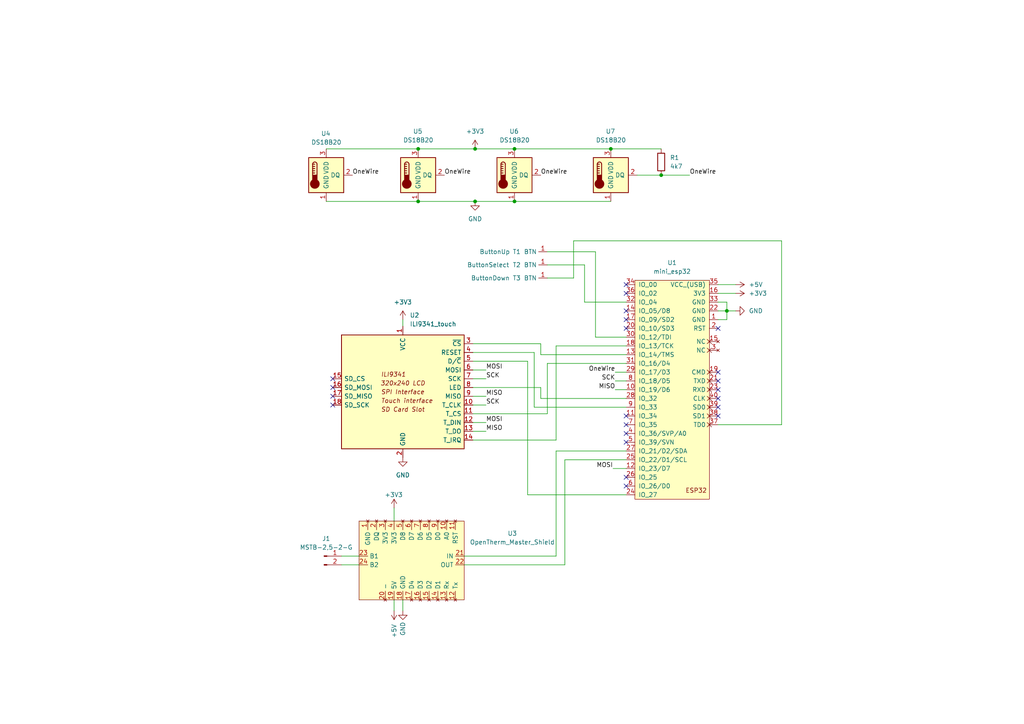
<source format=kicad_sch>
(kicad_sch (version 20211123) (generator eeschema)
  (paper "A4")
  (title_block (title "Thermostat cross connect PCB") (date "2022-01-05") (rev "V1") (comment 9 "HenkJan van der Pol"))
  (lib_symbols
    (symbol "Connector:Conn_01x02_Male" (pin_names (offset 1.016) hide)
      (property "Reference" "J" (at 0 2.54 0))
      (property "Value" "Conn_01x02_Male" (at 0 -5.08 0))
      (symbol "Conn_01x02_Male_1_1"
        (polyline (pts (xy 1.27 -2.54) (xy 0.8636 -2.54)) (stroke (width 0.1524)))
        (polyline (pts (xy 1.27 0) (xy 0.8636 0)) (stroke (width 0.1524)))
        (rectangle (start 0.8636 -2.413) (end 0 -2.667) (stroke (width 0.1524)) (fill (type outline)))
        (rectangle (start 0.8636 0.127) (end 0 -0.127) (stroke (width 0.1524)) (fill (type outline)))
        (pin passive line (at 5.08 0 180) (length 3.81) (name "Pin_1") (number "1"))
        (pin passive line (at 5.08 -2.54 180) (length 3.81) (name "Pin_2") (number "2"))
      )
    )
    (symbol "Device:R" (pin_numbers hide) (pin_names (offset 0))
      (property "Reference" "R" (at 2.032 0 90))
      (property "Value" "R" (at 0 0 90))
      (symbol "R_0_1"
        (rectangle (start -1.016 -2.54) (end 1.016 2.54) (stroke (width 0.254)))
      )
      (symbol "R_1_1"
        (pin passive line (at 0 3.81 270) (length 1.27) (name "~") (number "1"))
        (pin passive line (at 0 -3.81 90) (length 1.27) (name "~") (number "2"))
      )
    )
    (symbol "ESP32_mini:mini_esp32" (pin_names (offset 1.016))
      (property "Reference" "U" (at -7.62 -50.8 0))
      (property "Value" "mini_esp32" (at 5.08 -59.69 0))
      (symbol "mini_esp32_0_0"
        (text "ESP32" (at 7.62 -62.23 0) (effects (font (size 1.27 1.27))))
        (pin power_in line (at 13.97 -12.7 180) (length 2.54) (name "GND") (number "1"))
        (pin input line (at 13.97 -15.24 180) (length 2.54) (name "RST") (number "2"))
        (pin no_connect non_logic (at 13.97 -21.59 180) (length 2.54) (name "NC") (number "3"))
        (pin bidirectional line (at -12.7 -45.72 0) (length 2.54) (name "IO_36/SVP/A0") (number "4"))
        (pin bidirectional line (at -12.7 -48.26 0) (length 2.54) (name "IO_39/SVN") (number "5"))
      )
      (symbol "mini_esp32_0_1"
        (rectangle (start -10.16 -1.27) (end 11.43 -64.77) (fill (type background)))
      )
      (symbol "mini_esp32_1_1"
        (pin bidirectional line (at -12.7 -33.02 0) (length 2.54) (name "IO_19/D6") (number "10"))
        (pin bidirectional line (at -12.7 -40.64 0) (length 2.54) (name "IO_34") (number "11"))
        (pin bidirectional line (at -12.7 -55.88 0) (length 2.54) (name "IO_23/D7") (number "12"))
        (pin bidirectional line (at -12.7 -22.86 0) (length 2.54) (name "IO_14/TMS") (number "13"))
        (pin bidirectional line (at -12.7 -10.16 0) (length 2.54) (name "IO_05/D8") (number "14"))
        (pin no_connect non_logic (at 13.97 -19.05 180) (length 2.54) (name "NC") (number "15"))
        (pin power_in line (at 13.97 -5.08 180) (length 2.54) (name "3V3") (number "16"))
        (pin bidirectional line (at -12.7 -12.7 0) (length 2.54) (name "IO_09/SD2") (number "17"))
        (pin bidirectional line (at -12.7 -20.32 0) (length 2.54) (name "IO_13/TCK") (number "18"))
        (pin passive non_logic (at 13.97 -27.94 180) (length 2.54) (name "CMD") (number "19"))
        (pin bidirectional line (at -12.7 -15.24 0) (length 2.54) (name "IO_10/SD3") (number "20"))
        (pin passive non_logic (at 13.97 -30.48 180) (length 2.54) (name "TXD") (number "21"))
        (pin power_in line (at 13.97 -10.16 180) (length 2.54) (name "GND") (number "22"))
        (pin passive non_logic (at 13.97 -33.02 180) (length 2.54) (name "RXD") (number "23"))
        (pin bidirectional line (at -12.7 -63.5 0) (length 2.54) (name "IO_27") (number "24"))
        (pin bidirectional line (at -12.7 -53.34 0) (length 2.54) (name "IO_22/D1/SCL") (number "25"))
        (pin bidirectional line (at -12.7 -58.42 0) (length 2.54) (name "IO_25") (number "26"))
        (pin bidirectional line (at -12.7 -50.8 0) (length 2.54) (name "IO_21/D2/SDA") (number "27"))
        (pin bidirectional line (at -12.7 -35.56 0) (length 2.54) (name "IO_32") (number "28"))
        (pin bidirectional line (at -12.7 -27.94 0) (length 2.54) (name "IO_17/D3") (number "29"))
        (pin bidirectional line (at -12.7 -17.78 0) (length 2.54) (name "IO_12/TDI") (number "30"))
        (pin bidirectional line (at -12.7 -25.4 0) (length 2.54) (name "IO_16/D4") (number "31"))
        (pin bidirectional line (at -12.7 -7.62 0) (length 2.54) (name "IO_04") (number "32"))
        (pin power_in line (at 13.97 -7.62 180) (length 2.54) (name "GND") (number "33"))
        (pin bidirectional line (at -12.7 -2.54 0) (length 2.54) (name "IO_00") (number "34"))
        (pin power_in line (at 13.97 -2.54 180) (length 2.54) (name "VCC_(USB)") (number "35"))
        (pin bidirectional line (at -12.7 -5.08 0) (length 2.54) (name "IO_02") (number "36"))
        (pin passive non_logic (at 13.97 -43.18 180) (length 2.54) (name "TD0") (number "37"))
        (pin passive non_logic (at 13.97 -40.64 180) (length 2.54) (name "SD1") (number "38"))
        (pin passive non_logic (at 13.97 -38.1 180) (length 2.54) (name "SD0") (number "39"))
        (pin passive non_logic (at 13.97 -35.56 180) (length 2.54) (name "CLK") (number "40"))
        (pin bidirectional line (at -12.7 -60.96 0) (length 2.54) (name "IO_26/D0") (number "6"))
        (pin bidirectional line (at -12.7 -43.18 0) (length 2.54) (name "IO_35") (number "7"))
        (pin bidirectional line (at -12.7 -30.48 0) (length 2.54) (name "IO_18/D5") (number "8"))
        (pin bidirectional line (at -12.7 -38.1 0) (length 2.54) (name "IO_33") (number "9"))
      )
    )
    (symbol "Sensor_Temperature:DS18B20" (pin_names (offset 1.016))
      (property "Reference" "U" (at -3.81 6.35 0))
      (property "Value" "DS18B20" (at 6.35 6.35 0))
      (symbol "DS18B20_0_1"
        (rectangle (start -5.08 5.08) (end 5.08 -5.08) (stroke (width 0.254)) (fill (type background)))
        (circle (center -3.302 -2.54) (radius 1.27) (stroke (width 0.254)) (fill (type outline)))
        (rectangle (start -2.667 -1.905) (end -3.937 0) (stroke (width 0.254)) (fill (type outline)))
        (arc (start -2.667 3.175) (mid -3.302 3.81) (end -3.937 3.175) (stroke (width 0.254)))
        (polyline (pts (xy -3.937 0.635) (xy -3.302 0.635)) (stroke (width 0.254)))
        (polyline (pts (xy -3.937 1.27) (xy -3.302 1.27)) (stroke (width 0.254)))
        (polyline (pts (xy -3.937 1.905) (xy -3.302 1.905)) (stroke (width 0.254)))
        (polyline (pts (xy -3.937 2.54) (xy -3.302 2.54)) (stroke (width 0.254)))
        (polyline (pts (xy -3.937 3.175) (xy -3.937 0)) (stroke (width 0.254)))
        (polyline (pts (xy -3.937 3.175) (xy -3.302 3.175)) (stroke (width 0.254)))
        (polyline (pts (xy -2.667 3.175) (xy -2.667 0)) (stroke (width 0.254)))
      )
      (symbol "DS18B20_1_1"
        (pin power_in line (at 0 -7.62 90) (length 2.54) (name "GND") (number "1"))
        (pin bidirectional line (at 7.62 0 180) (length 2.54) (name "DQ") (number "2"))
        (pin power_in line (at 0 7.62 270) (length 2.54) (name "VDD") (number "3"))
      )
    )
    (symbol "Thermostat:ILI9341_touch" (pin_names (offset 0.762))
      (property "Reference" "U" (at -17.526 13.97 0))
      (property "Value" "ILI9341_touch" (at 3.81 17.78 0))
      (symbol "ILI9341_touch_0_0"
        (text "320x240 LCD" (at 0 2.54 0) (effects (font (size 1.27 1.27) italic)))
        (text "ILI9341" (at -6.35 5.08 0) (effects (font (size 1.27 1.27) italic) (justify left)))
        (text "SD Card Slot" (at -6.35 -5.08 0) (effects (font (size 1.27 1.27) italic) (justify left)))
        (text "SPI Interface" (at -6.35 0 0) (effects (font (size 1.27 1.27) italic) (justify left)))
        (text "Touch interface" (at -6.35 -2.54 0) (effects (font (size 1.27 1.27) italic) (justify left)))
      )
      (symbol "ILI9341_touch_0_1"
        (rectangle (start -17.78 16.51) (end 17.78 -16.51) (stroke (width 0.254)) (fill (type background)))
      )
      (symbol "ILI9341_touch_1_1"
        (pin power_in line (at 0 19.05 270) (length 2.54) (name "VCC") (number "1"))
        (pin input line (at 20.32 -3.81 180) (length 2.54) (name "T_CLK") (number "10"))
        (pin input line (at 20.32 -6.35 180) (length 2.54) (name "T_CS") (number "11"))
        (pin input line (at 20.32 -8.89 180) (length 2.54) (name "T_DIN") (number "12"))
        (pin input line (at 20.32 -11.43 180) (length 2.54) (name "T_DO") (number "13"))
        (pin input line (at 20.32 -13.97 180) (length 2.54) (name "T_IRQ") (number "14"))
        (pin input line (at -20.32 3.81 0) (length 2.54) (name "SD_CS") (number "15"))
        (pin input line (at -20.32 1.27 0) (length 2.54) (name "SD_MOSI") (number "16"))
        (pin input line (at -20.32 -1.27 0) (length 2.54) (name "SD_MISO") (number "17"))
        (pin input line (at -20.32 -3.81 0) (length 2.54) (name "SD_SCK") (number "18"))
        (pin power_in line (at 0 -19.05 90) (length 2.54) (name "GND") (number "2"))
        (pin input line (at 20.32 13.97 180) (length 2.54) (name "~{CS}") (number "3"))
        (pin input line (at 20.32 11.43 180) (length 2.54) (name "RESET") (number "4"))
        (pin input line (at 20.32 8.89 180) (length 2.54) (name "D/~{C}") (number "5"))
        (pin input line (at 20.32 6.35 180) (length 2.54) (name "MOSI") (number "6"))
        (pin input line (at 20.32 3.81 180) (length 2.54) (name "SCK") (number "7"))
        (pin input line (at 20.32 1.27 180) (length 2.54) (name "LED") (number "8"))
        (pin input line (at 20.32 -1.27 180) (length 2.54) (name "MISO") (number "9"))
      )
    )
    (symbol "Thermostat:OpenTherm_Master_Shield"
      (property "Reference" "U" (at 0 0 0))
      (property "Value" "OpenTherm_Master_Shield" (at 0 20.32 0))
      (symbol "OpenTherm_Master_Shield_0_1"
        (rectangle (start -11.43 -17.78) (end 11.43 12.7) (fill (type background)))
      )
      (symbol "OpenTherm_Master_Shield_1_1"
        (pin no_connect line (at -11.43 -15.24 0) (length 2.54) (name "GND") (number "1"))
        (pin no_connect line (at -11.43 7.62 0) (length 2.54) (name "A0") (number "10"))
        (pin no_connect line (at -11.43 10.16 0) (length 2.54) (name "RST") (number "11"))
        (pin no_connect line (at 11.43 10.16 180) (length 2.54) (name "Tx") (number "12"))
        (pin no_connect line (at 11.43 7.62 180) (length 2.54) (name "Rx") (number "13"))
        (pin no_connect line (at 11.43 5.08 180) (length 2.54) (name "D1") (number "14"))
        (pin no_connect line (at 11.43 2.54 180) (length 2.54) (name "D2") (number "15"))
        (pin no_connect line (at 11.43 0 180) (length 2.54) (name "D3") (number "16"))
        (pin no_connect line (at 11.43 -2.54 180) (length 2.54) (name "D4") (number "17"))
        (pin power_in line (at 11.43 -5.08 180) (length 2.54) (name "GND") (number "18"))
        (pin power_in line (at 11.43 -7.62 180) (length 2.54) (name "5V") (number "19"))
        (pin no_connect line (at -11.43 -12.7 0) (length 2.54) (name "DQ") (number "2"))
        (pin no_connect line (at 11.43 -10.16 180) (length 2.54) (name "-") (number "20"))
        (pin input line (at -1.27 12.7 270) (length 2.54) (name "IN") (number "21"))
        (pin output line (at 1.27 12.7 270) (length 2.54) (name "OUT") (number "22"))
        (pin output line (at -1.27 -17.78 90) (length 2.54) (name "B1") (number "23"))
        (pin output line (at 1.27 -17.78 90) (length 2.54) (name "B2") (number "24"))
        (pin no_connect line (at -11.43 -10.16 0) (length 2.54) (name "3V3") (number "3"))
        (pin power_in line (at -11.43 -7.62 0) (length 2.54) (name "3V3") (number "4"))
        (pin no_connect line (at -11.43 -5.08 0) (length 2.54) (name "D8") (number "5"))
        (pin no_connect line (at -11.43 -2.54 0) (length 2.54) (name "D7") (number "6"))
        (pin no_connect line (at -11.43 0 0) (length 2.54) (name "D6") (number "7"))
        (pin no_connect line (at -11.43 2.54 0) (length 2.54) (name "D5") (number "8"))
        (pin no_connect line (at -11.43 5.08 0) (length 2.54) (name "D0") (number "9"))
      )
    )
    (symbol "Thermostat:Touchpin"
      (property "Reference" "T" (at 0 2.54 0))
      (property "Value" "Touchpin" (at 0 5.08 0))
      (symbol "Touchpin_1_1"
        (pin output line (at 0 0 0) (length 2.54) (name "BTN") (number "1"))
      )
    )
    (symbol "power:+3.3V" (power) (pin_names (offset 0))
      (property "Value" "+3.3V" (at 0 3.556 0))
      (symbol "+3.3V_0_1"
        (polyline (pts (xy -0.762 1.27) (xy 0 2.54)))
        (polyline (pts (xy 0 0) (xy 0 2.54)))
        (polyline (pts (xy 0 2.54) (xy 0.762 1.27)))
      )
      (symbol "+3.3V_1_1"
        (pin power_in line (at 0 0 90) (length 0) hide (name "+3V3") (number "1"))
      )
    )
    (symbol "power:+5V" (power) (pin_names (offset 0))
      (property "Value" "+5V" (at 0 3.556 0))
      (symbol "+5V_0_1"
        (polyline (pts (xy -0.762 1.27) (xy 0 2.54)))
        (polyline (pts (xy 0 0) (xy 0 2.54)))
        (polyline (pts (xy 0 2.54) (xy 0.762 1.27)))
      )
      (symbol "+5V_1_1"
        (pin power_in line (at 0 0 90) (length 0) hide (name "+5V") (number "1"))
      )
    )
    (symbol "power:GND" (power) (pin_names (offset 0))
      (property "Value" "GND" (at 0 -3.81 0))
      (symbol "GND_0_1"
        (polyline (pts (xy 0 0) (xy 0 -1.27) (xy 1.27 -1.27) (xy 0 -2.54) (xy -1.27 -1.27) (xy 0 -1.27)))
      )
      (symbol "GND_1_1"
        (pin power_in line (at 0 0 270) (length 0) hide (name "GND") (number "1"))
      )
    )
  )
  (junction (at 121.285 58.42))
  (junction (at 121.285 43.18))
  (junction (at 177.165 43.18))
  (junction (at 210.82 90.17))
  (junction (at 137.795 58.42))
  (junction (at 191.77 50.8))
  (junction (at 149.225 43.18))
  (junction (at 137.795 43.18))
  (junction (at 149.225 58.42))
  (no_connect (at 208.28 95.25))
  (no_connect (at 208.28 113.03))
  (no_connect (at 208.28 115.57))
  (no_connect (at 208.28 118.11))
  (no_connect (at 208.28 120.65))
  (no_connect (at 208.28 110.49))
  (no_connect (at 208.28 107.95))
  (no_connect (at 181.61 82.55))
  (no_connect (at 181.61 85.09))
  (no_connect (at 181.61 90.17))
  (no_connect (at 181.61 92.71))
  (no_connect (at 181.61 95.25))
  (no_connect (at 181.61 120.65))
  (no_connect (at 181.61 123.19))
  (no_connect (at 181.61 125.73))
  (no_connect (at 181.61 128.27))
  (no_connect (at 181.61 140.97))
  (no_connect (at 96.52 114.935))
  (no_connect (at 96.52 117.475))
  (no_connect (at 96.52 109.855))
  (no_connect (at 96.52 112.395))
  (no_connect (at 181.61 138.43))
  (wire (pts (xy 156.845 99.695) (xy 156.845 102.87)))
  (wire (pts (xy 161.29 127.635) (xy 161.29 100.33)))
  (wire (pts (xy 178.435 107.95) (xy 181.61 107.95)))
  (wire (pts (xy 137.16 125.095) (xy 140.97 125.095)))
  (wire (pts (xy 134.62 161.29) (xy 161.29 161.29)))
  (wire (pts (xy 149.225 58.42) (xy 177.165 58.42)))
  (wire (pts (xy 154.94 118.11) (xy 181.61 118.11)))
  (wire (pts (xy 208.28 92.71) (xy 210.82 92.71)))
  (wire (pts (xy 137.16 127.635) (xy 161.29 127.635)))
  (wire (pts (xy 114.3 147.32) (xy 114.3 151.13)))
  (wire (pts (xy 163.83 163.83) (xy 163.83 133.35)))
  (wire (pts (xy 208.28 82.55) (xy 213.36 82.55)))
  (wire (pts (xy 172.72 97.79) (xy 181.61 97.79)))
  (wire (pts (xy 137.16 104.775) (xy 153.035 104.775)))
  (wire (pts (xy 226.695 69.85) (xy 166.37 69.85)))
  (wire (pts (xy 178.435 113.03) (xy 181.61 113.03)))
  (wire (pts (xy 137.16 112.395) (xy 156.845 112.395)))
  (wire (pts (xy 137.16 122.555) (xy 140.97 122.555)))
  (wire (pts (xy 161.29 130.81) (xy 181.61 130.81)))
  (wire (pts (xy 94.615 43.18) (xy 121.285 43.18)))
  (wire (pts (xy 158.75 80.645) (xy 166.37 80.645)))
  (wire (pts (xy 137.16 114.935) (xy 140.97 114.935)))
  (wire (pts (xy 163.83 133.35) (xy 181.61 133.35)))
  (wire (pts (xy 156.845 102.87) (xy 181.61 102.87)))
  (wire (pts (xy 158.75 76.835) (xy 169.545 76.835)))
  (wire (pts (xy 137.16 109.855) (xy 140.97 109.855)))
  (wire (pts (xy 121.285 43.18) (xy 137.795 43.18)))
  (wire (pts (xy 184.785 50.8) (xy 191.77 50.8)))
  (wire (pts (xy 210.82 92.71) (xy 210.82 90.17)))
  (wire (pts (xy 137.795 58.42) (xy 149.225 58.42)))
  (wire (pts (xy 137.16 120.015) (xy 158.75 120.015)))
  (wire (pts (xy 99.06 161.29) (xy 104.14 161.29)))
  (wire (pts (xy 226.695 123.19) (xy 226.695 69.85)))
  (wire (pts (xy 210.82 87.63) (xy 210.82 90.17)))
  (wire (pts (xy 191.77 50.8) (xy 200.025 50.8)))
  (wire (pts (xy 177.8 135.89) (xy 181.61 135.89)))
  (wire (pts (xy 137.16 107.315) (xy 140.97 107.315)))
  (wire (pts (xy 208.28 90.17) (xy 210.82 90.17)))
  (wire (pts (xy 169.545 76.835) (xy 169.545 87.63)))
  (wire (pts (xy 166.37 69.85) (xy 166.37 80.645)))
  (wire (pts (xy 116.84 92.71) (xy 116.84 94.615)))
  (wire (pts (xy 116.84 173.99) (xy 116.84 177.165)))
  (wire (pts (xy 114.3 173.99) (xy 114.3 177.165)))
  (wire (pts (xy 134.62 163.83) (xy 163.83 163.83)))
  (wire (pts (xy 158.75 73.025) (xy 172.72 73.025)))
  (wire (pts (xy 210.82 90.17) (xy 213.36 90.17)))
  (wire (pts (xy 156.845 112.395) (xy 156.845 115.57)))
  (wire (pts (xy 158.75 105.41) (xy 158.75 120.015)))
  (wire (pts (xy 137.16 117.475) (xy 140.97 117.475)))
  (wire (pts (xy 161.29 100.33) (xy 181.61 100.33)))
  (wire (pts (xy 172.72 73.025) (xy 172.72 97.79)))
  (wire (pts (xy 149.225 43.18) (xy 177.165 43.18)))
  (wire (pts (xy 208.28 87.63) (xy 210.82 87.63)))
  (wire (pts (xy 137.795 43.18) (xy 149.225 43.18)))
  (wire (pts (xy 121.285 58.42) (xy 137.795 58.42)))
  (wire (pts (xy 208.28 85.09) (xy 213.36 85.09)))
  (wire (pts (xy 153.035 104.775) (xy 153.035 143.51)))
  (wire (pts (xy 153.035 143.51) (xy 181.61 143.51)))
  (wire (pts (xy 137.16 102.235) (xy 154.94 102.235)))
  (wire (pts (xy 137.16 99.695) (xy 156.845 99.695)))
  (wire (pts (xy 178.435 110.49) (xy 181.61 110.49)))
  (wire (pts (xy 94.615 58.42) (xy 121.285 58.42)))
  (wire (pts (xy 177.165 43.18) (xy 191.77 43.18)))
  (wire (pts (xy 208.28 123.19) (xy 226.695 123.19)))
  (wire (pts (xy 169.545 87.63) (xy 181.61 87.63)))
  (wire (pts (xy 158.75 105.41) (xy 181.61 105.41)))
  (wire (pts (xy 181.61 115.57) (xy 156.845 115.57)))
  (wire (pts (xy 161.29 130.81) (xy 161.29 161.29)))
  (wire (pts (xy 154.94 102.235) (xy 154.94 118.11)))
  (wire (pts (xy 99.06 163.83) (xy 104.14 163.83)))
  (label "OneWire" (at 178.435 107.95 180))
  (label "OneWire" (at 102.235 50.8 0))
  (label "SCK" (at 140.97 117.475 0))
  (label "MISO" (at 140.97 114.935 0))
  (label "OneWire" (at 200.025 50.8 0))
  (label "OneWire" (at 156.845 50.8 0))
  (label "MOSI" (at 140.97 107.315 0))
  (label "MISO" (at 140.97 125.095 0))
  (label "OneWire" (at 128.905 50.8 0))
  (label "MOSI" (at 177.8 135.89 180))
  (label "MOSI" (at 140.97 122.555 0))
  (label "SCK" (at 178.435 110.49 180))
  (label "MISO" (at 178.435 113.03 180))
  (label "SCK" (at 140.97 109.855 0))
  (symbol (lib_id "power:+5V") (at 114.3 177.165 180) (unit 1)
    (property "Reference" "#PWR02" (effects hide))
    (property "Value" "+5V" (at 114.3001 180.975 90) (effects (justify left)))
  )
  (symbol (lib_id "Sensor_Temperature:DS18B20") (at 149.225 50.8 0) (unit 1)
    (property "Reference" "U6" (at 150.495 38.1 0) (effects (justify right)))
    (property "Value" "DS18B20" (at 153.67 40.64 0) (effects (justify right)))
    (property "Footprint" "Thermostat:DS18B20" (effects hide))
    (property "Datasheet" "http://datasheets.maximintegrated.com/en/ds/DS18B20.pdf" (effects hide))
  )
  (symbol (lib_id "power:+3.3V") (at 114.3 147.32 0) (unit 1)
    (property "Reference" "#PWR01" (effects hide))
    (property "Value" "+3.3V" (at 116.84 143.51 0) (effects (justify right)))
  )
  (symbol (lib_id "power:+3.3V") (at 137.795 43.18 0) (unit 1)
    (property "Reference" "#PWR06" (effects hide))
    (property "Value" "+3.3V" (at 137.795 38.1 0))
  )
  (symbol (lib_id "Connector:Conn_01x02_Male") (at 93.98 161.29 0) (unit 1)
    (property "Reference" "J1" (at 94.615 156.21 0))
    (property "Value" "MSTB-2,5-2-G" (at 94.615 158.75 0))
    (property "Footprint" "Thermostat:Phoenix_MSTB-2,5-2-G" (effects hide))
  )
  (symbol (lib_id "ESP32_mini:mini_esp32") (at 194.31 80.01 0) (unit 1)
    (property "Reference" "U1" (at 194.945 76.2 0))
    (property "Value" "mini_esp32" (at 194.945 78.74 0))
    (property "Footprint" "ESP32_mini:ESP32_mini" (effects hide))
  )
  (symbol (lib_id "Sensor_Temperature:DS18B20") (at 94.615 50.8 0) (unit 1)
    (property "Reference" "U4" (at 95.885 38.735 0) (effects (justify right)))
    (property "Value" "DS18B20" (at 99.06 41.275 0) (effects (justify right)))
    (property "Footprint" "Thermostat:DS18B20" (effects hide))
    (property "Datasheet" "http://datasheets.maximintegrated.com/en/ds/DS18B20.pdf" (effects hide))
  )
  (symbol (lib_id "Thermostat:Touchpin") (at 158.75 76.835 180) (unit 1)
    (property "Reference" "T2" (at 149.86 76.835 0))
    (property "Value" "ButtonSelect" (at 141.605 76.835 0))
    (property "Footprint" "Thermostat:TouchPin" (effects hide))
  )
  (symbol (lib_id "Device:R") (at 191.77 46.99 0) (unit 1)
    (property "Reference" "R1" (at 194.31 45.7199 0) (effects (justify left)))
    (property "Value" "4k7" (at 194.31 48.2599 0) (effects (justify left)))
    (property "Footprint" "Thermostat:Resistor" (effects hide))
  )
  (symbol (lib_id "Thermostat:OpenTherm_Master_Shield") (at 121.92 162.56 270) (unit 1)
    (property "Reference" "U3" (at 148.59 154.7112 90))
    (property "Value" "OpenTherm_Master_Shield" (at 148.59 157.2512 90))
    (property "Footprint" "Thermostat:Opentherm Master Shield" (effects hide))
  )
  (symbol (lib_id "power:GND") (at 213.36 90.17 90) (unit 1)
    (property "Reference" "#PWR010" (effects hide))
    (property "Value" "GND" (at 217.17 90.1699 90) (effects (justify right)))
  )
  (symbol (lib_id "power:+5V") (at 213.36 82.55 270) (unit 1)
    (property "Reference" "#PWR08" (effects hide))
    (property "Value" "+5V" (at 217.17 82.5499 90) (effects (justify left)))
  )
  (symbol (lib_id "power:+3.3V") (at 116.84 92.71 0) (unit 1)
    (property "Reference" "#PWR03" (effects hide))
    (property "Value" "+3.3V" (at 116.84 87.63 0))
  )
  (symbol (lib_id "power:+3.3V") (at 213.36 85.09 270) (unit 1)
    (property "Reference" "#PWR09" (effects hide))
    (property "Value" "+3.3V" (at 217.17 85.0899 90) (effects (justify left)))
  )
  (symbol (lib_id "power:GND") (at 116.84 177.165 0) (unit 1)
    (property "Reference" "#PWR05" (effects hide))
    (property "Value" "GND" (at 116.8401 180.34 90) (effects (justify right)))
  )
  (symbol (lib_id "power:GND") (at 116.84 132.715 0) (unit 1)
    (property "Reference" "#PWR04" (effects hide))
    (property "Value" "GND" (at 116.84 137.795 0))
  )
  (symbol (lib_id "power:GND") (at 137.795 58.42 0) (unit 1)
    (property "Reference" "#PWR07" (effects hide))
    (property "Value" "GND" (at 137.795 63.5 0))
  )
  (symbol (lib_id "Thermostat:Touchpin") (at 158.75 73.025 180) (unit 1)
    (property "Reference" "T1" (at 149.86 73.025 0))
    (property "Value" "ButtonUp" (at 143.51 73.025 0))
    (property "Footprint" "Thermostat:TouchPin" (effects hide))
  )
  (symbol (lib_id "Sensor_Temperature:DS18B20") (at 121.285 50.8 0) (unit 1)
    (property "Reference" "U5" (at 122.555 38.1 0) (effects (justify right)))
    (property "Value" "DS18B20" (at 125.73 40.64 0) (effects (justify right)))
    (property "Footprint" "Thermostat:DS18B20" (effects hide))
    (property "Datasheet" "http://datasheets.maximintegrated.com/en/ds/DS18B20.pdf" (effects hide))
  )
  (symbol (lib_id "Thermostat:Touchpin") (at 158.75 80.645 180) (unit 1)
    (property "Reference" "T3" (at 149.86 80.645 0))
    (property "Value" "ButtonDown" (at 142.24 80.645 0))
    (property "Footprint" "Thermostat:TouchPin" (effects hide))
  )
  (symbol (lib_id "Thermostat:ILI9341_touch") (at 116.84 113.665 0) (unit 1)
    (property "Reference" "U2" (at 118.8594 91.44 0) (effects (justify left)))
    (property "Value" "ILI9341_touch" (at 118.8594 93.98 0) (effects (justify left)))
    (property "Footprint" "Thermostat:ILI9341" (effects hide))
    (property "Datasheet" "http://pan.baidu.com/s/11Y990" (effects hide))
  )
  (symbol (lib_id "Sensor_Temperature:DS18B20") (at 177.165 50.8 0) (unit 1)
    (property "Reference" "U7" (at 178.435 38.1 0) (effects (justify right)))
    (property "Value" "DS18B20" (at 181.61 40.64 0) (effects (justify right)))
    (property "Footprint" "Thermostat:DS18B20" (effects hide))
    (property "Datasheet" "http://datasheets.maximintegrated.com/en/ds/DS18B20.pdf" (effects hide))
  )
)
</source>
